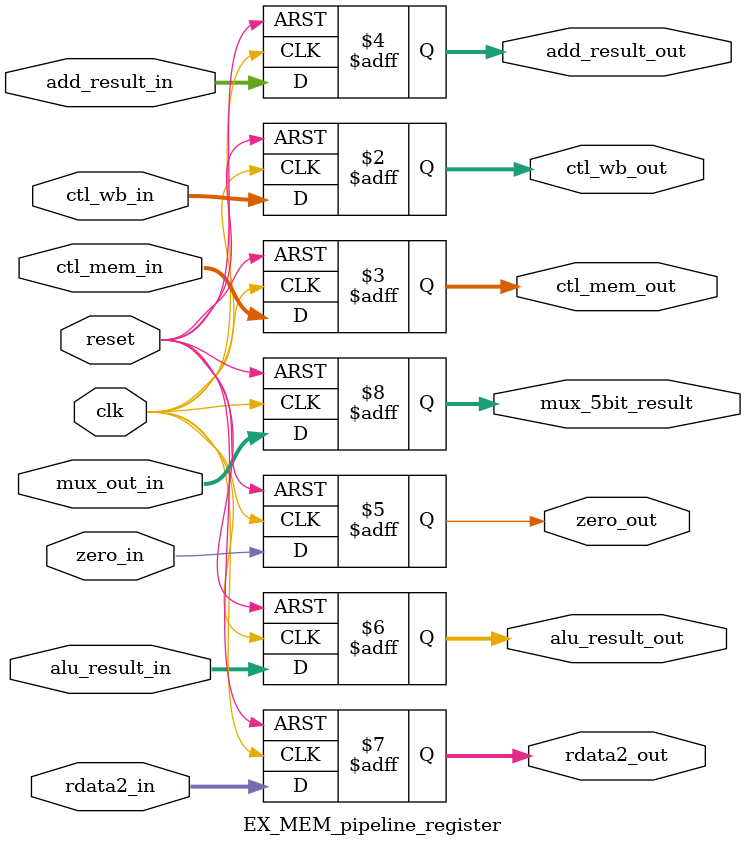
<source format=v>
`timescale 1ns / 1ps


module EX_MEM_pipeline_register(
    input clk,
    input reset,
    input [31:0] add_result_in, 
    input [31:0] alu_result_in, 
    input [31:0] rdata2_in,
    input zero_in,
    input [4:0] mux_out_in,
    input [1:0] ctl_wb_in, 
    input [2:0] ctl_mem_in,
    output reg [1:0] ctl_wb_out, 
    output reg [2:0] ctl_mem_out,
    output reg [31:0] add_result_out,
    output reg zero_out,
    output reg [31:0] alu_result_out,  
    output reg [31:0] rdata2_out,  
    output reg [4:0] mux_5bit_result
    );
    
    always @(posedge clk or posedge reset) begin
        if (reset) begin
            ctl_wb_out <= 2'b0;
            ctl_mem_out <= 3'b0;
            add_result_out <= 32'b0;
            alu_result_out <= 32'b0;
            zero_out <= 1'b0;
            rdata2_out <= 32'b0;
            mux_5bit_result <= 5'b0;
        end else begin
            add_result_out <= add_result_in;
            alu_result_out <= alu_result_in;
            rdata2_out <= rdata2_in;
            zero_out <= zero_in;
            mux_5bit_result <= mux_out_in;
            ctl_wb_out <= ctl_wb_in;
            ctl_mem_out <= ctl_mem_in;
        end
    end
    
endmodule

</source>
